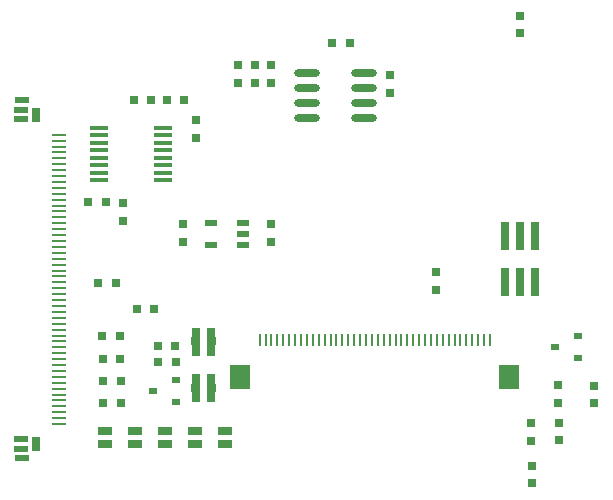
<source format=gbp>
%FSLAX43Y43*%
%MOMM*%
G71*
G01*
G75*
G04 Layer_Color=128*
%ADD10R,0.800X1.800*%
%ADD11R,1.100X1.250*%
%ADD12C,1.500*%
%ADD13C,0.250*%
%ADD14C,0.300*%
%ADD15C,0.400*%
%ADD16C,0.500*%
%ADD17C,0.350*%
%ADD18C,1.650*%
%ADD19O,1.600X1.650*%
%ADD20C,1.600*%
%ADD21C,1.800*%
%ADD22C,1.520*%
%ADD23R,1.520X1.520*%
%ADD24R,1.500X1.500*%
%ADD25C,0.800*%
%ADD26R,1.400X2.000*%
%ADD27R,0.787X0.711*%
%ADD28R,0.760X2.400*%
%ADD29R,1.800X2.000*%
%ADD30R,0.250X1.100*%
%ADD31C,1.016*%
%ADD32O,2.200X0.600*%
%ADD33O,1.600X0.385*%
%ADD34R,0.711X0.787*%
%ADD35R,0.724X0.559*%
%ADD36R,0.762X0.787*%
%ADD37R,0.787X0.762*%
%ADD38R,1.050X0.600*%
%ADD39R,1.194X0.787*%
%ADD40R,1.200X0.250*%
%ADD41R,1.600X2.400*%
%ADD42C,0.800*%
%ADD43C,0.600*%
%ADD44C,0.475*%
%ADD45R,0.825X1.600*%
%ADD46C,0.200*%
%ADD47C,0.150*%
%ADD48C,0.254*%
%ADD49C,0.180*%
%ADD50C,0.160*%
%ADD51R,0.820X1.820*%
%ADD52R,1.120X1.270*%
%ADD53C,3.000*%
%ADD54C,1.670*%
%ADD55O,1.620X1.670*%
%ADD56C,1.620*%
%ADD57C,1.820*%
%ADD58C,1.540*%
%ADD59R,1.540X1.540*%
%ADD60R,1.520X1.520*%
%ADD61R,1.500X2.100*%
%ADD62R,0.807X0.731*%
%ADD63R,0.860X2.500*%
%ADD64R,1.820X2.020*%
%ADD65R,0.270X1.120*%
%ADD66C,1.036*%
%ADD67O,2.220X0.620*%
%ADD68O,1.620X0.405*%
%ADD69R,0.731X0.807*%
%ADD70R,0.744X0.579*%
%ADD71R,0.782X0.807*%
%ADD72R,0.807X0.782*%
%ADD73R,1.150X0.700*%
%ADD74R,1.214X0.807*%
%ADD75R,1.220X0.270*%
%ADD76R,1.620X2.420*%
%ADD77R,0.845X1.620*%
%ADD78R,1.275X0.800*%
%ADD79R,1.275X0.800*%
%ADD80R,1.300X0.500*%
%ADD81R,1.150X0.500*%
%ADD82R,1.150X0.500*%
%ADD83R,0.650X1.300*%
D27*
X49525Y38874D02*
D03*
Y37376D02*
D03*
X60525Y43924D02*
D03*
Y42426D02*
D03*
X53400Y22199D02*
D03*
Y20701D02*
D03*
X38075Y39724D02*
D03*
Y38226D02*
D03*
X36706Y39763D02*
D03*
Y38264D02*
D03*
X39475Y39749D02*
D03*
Y38251D02*
D03*
X33150Y33576D02*
D03*
Y35074D02*
D03*
X26950Y28074D02*
D03*
Y26576D02*
D03*
X63825Y9474D02*
D03*
Y7976D02*
D03*
X63800Y12674D02*
D03*
Y11176D02*
D03*
X66775Y11101D02*
D03*
Y12599D02*
D03*
D28*
X33115Y16325D02*
D03*
X34385D02*
D03*
Y12425D02*
D03*
X33115D02*
D03*
X61845Y25250D02*
D03*
X60575D02*
D03*
X59305D02*
D03*
Y21350D02*
D03*
X60575D02*
D03*
X61845D02*
D03*
D29*
X36850Y13350D02*
D03*
X59650D02*
D03*
D30*
X38500Y16500D02*
D03*
X39000D02*
D03*
X39500D02*
D03*
X40000D02*
D03*
X40500D02*
D03*
X41000D02*
D03*
X41500D02*
D03*
X42000D02*
D03*
X42500D02*
D03*
X43000D02*
D03*
X43500D02*
D03*
X44000D02*
D03*
X44500D02*
D03*
X45000D02*
D03*
X45500D02*
D03*
X46000D02*
D03*
X46500D02*
D03*
X47000D02*
D03*
X47500D02*
D03*
X48000D02*
D03*
X48500D02*
D03*
X49000D02*
D03*
X49500D02*
D03*
X50000D02*
D03*
X50500D02*
D03*
X51000D02*
D03*
X51500D02*
D03*
X52000D02*
D03*
X52500D02*
D03*
X53000D02*
D03*
X53500D02*
D03*
X54000D02*
D03*
X54500D02*
D03*
X55000D02*
D03*
X55500D02*
D03*
X56000D02*
D03*
X56500D02*
D03*
X57000D02*
D03*
X57500D02*
D03*
X58000D02*
D03*
D32*
X42525Y35270D02*
D03*
Y36540D02*
D03*
Y37810D02*
D03*
Y39080D02*
D03*
X47325Y35270D02*
D03*
Y36540D02*
D03*
Y37810D02*
D03*
Y39080D02*
D03*
D33*
X30325Y34423D02*
D03*
Y33787D02*
D03*
Y33153D02*
D03*
Y32518D02*
D03*
Y31882D02*
D03*
Y31247D02*
D03*
Y30612D02*
D03*
Y29978D02*
D03*
X24925Y34423D02*
D03*
Y33787D02*
D03*
Y33153D02*
D03*
Y32518D02*
D03*
Y31882D02*
D03*
Y31247D02*
D03*
Y30612D02*
D03*
Y29978D02*
D03*
D34*
X28076Y19100D02*
D03*
X29574D02*
D03*
X24850Y21325D02*
D03*
X26349D02*
D03*
X34499Y12425D02*
D03*
X33001D02*
D03*
X25176Y16775D02*
D03*
X26674D02*
D03*
X34499Y16400D02*
D03*
X33001D02*
D03*
X25201Y14900D02*
D03*
X26699D02*
D03*
X25276Y12975D02*
D03*
X26774D02*
D03*
X26749Y11150D02*
D03*
X25251D02*
D03*
X31424Y14625D02*
D03*
X29926D02*
D03*
D35*
X65459Y16850D02*
D03*
Y14950D02*
D03*
X63491Y15900D02*
D03*
X31443Y13125D02*
D03*
Y11225D02*
D03*
X29475Y12175D02*
D03*
D36*
X31975Y26274D02*
D03*
Y24776D02*
D03*
X39475Y26299D02*
D03*
Y24801D02*
D03*
X61500Y7926D02*
D03*
Y9424D02*
D03*
X61525Y5824D02*
D03*
Y4326D02*
D03*
D37*
X32124Y36750D02*
D03*
X30625D02*
D03*
X29324Y36775D02*
D03*
X27826D02*
D03*
X46149Y41625D02*
D03*
X44651D02*
D03*
X25474Y28150D02*
D03*
X23976D02*
D03*
X31349Y15950D02*
D03*
X29851D02*
D03*
D38*
X37075Y26375D02*
D03*
Y25425D02*
D03*
Y24475D02*
D03*
X34375D02*
D03*
Y26375D02*
D03*
D40*
X21500Y9350D02*
D03*
Y9850D02*
D03*
Y10350D02*
D03*
Y10850D02*
D03*
Y11350D02*
D03*
Y11850D02*
D03*
Y12350D02*
D03*
Y12850D02*
D03*
Y13350D02*
D03*
Y13850D02*
D03*
Y14350D02*
D03*
Y14850D02*
D03*
Y15350D02*
D03*
Y15850D02*
D03*
Y16350D02*
D03*
Y16850D02*
D03*
Y17350D02*
D03*
Y17850D02*
D03*
Y18350D02*
D03*
Y18850D02*
D03*
Y19350D02*
D03*
Y19850D02*
D03*
Y20350D02*
D03*
Y20850D02*
D03*
Y21350D02*
D03*
Y21850D02*
D03*
Y22350D02*
D03*
Y22850D02*
D03*
Y23350D02*
D03*
Y23850D02*
D03*
Y24350D02*
D03*
Y24850D02*
D03*
Y25350D02*
D03*
Y25850D02*
D03*
Y26350D02*
D03*
Y26850D02*
D03*
Y27350D02*
D03*
Y27850D02*
D03*
Y28350D02*
D03*
Y28850D02*
D03*
Y33850D02*
D03*
Y33350D02*
D03*
Y32850D02*
D03*
Y32350D02*
D03*
Y31850D02*
D03*
Y31350D02*
D03*
Y30850D02*
D03*
Y30350D02*
D03*
Y29850D02*
D03*
Y29350D02*
D03*
D78*
X35562Y7625D02*
D03*
X33013D02*
D03*
X30462D02*
D03*
X27938D02*
D03*
X25388D02*
D03*
D79*
X35562Y8725D02*
D03*
X33013D02*
D03*
X30462D02*
D03*
X27938D02*
D03*
X25388D02*
D03*
D80*
X18400Y6450D02*
D03*
X18400Y36750D02*
D03*
D81*
X18325Y7250D02*
D03*
X18325Y35950D02*
D03*
D82*
X18325Y8050D02*
D03*
X18325Y35150D02*
D03*
D83*
X19525Y7650D02*
D03*
X19525Y35550D02*
D03*
M02*

</source>
